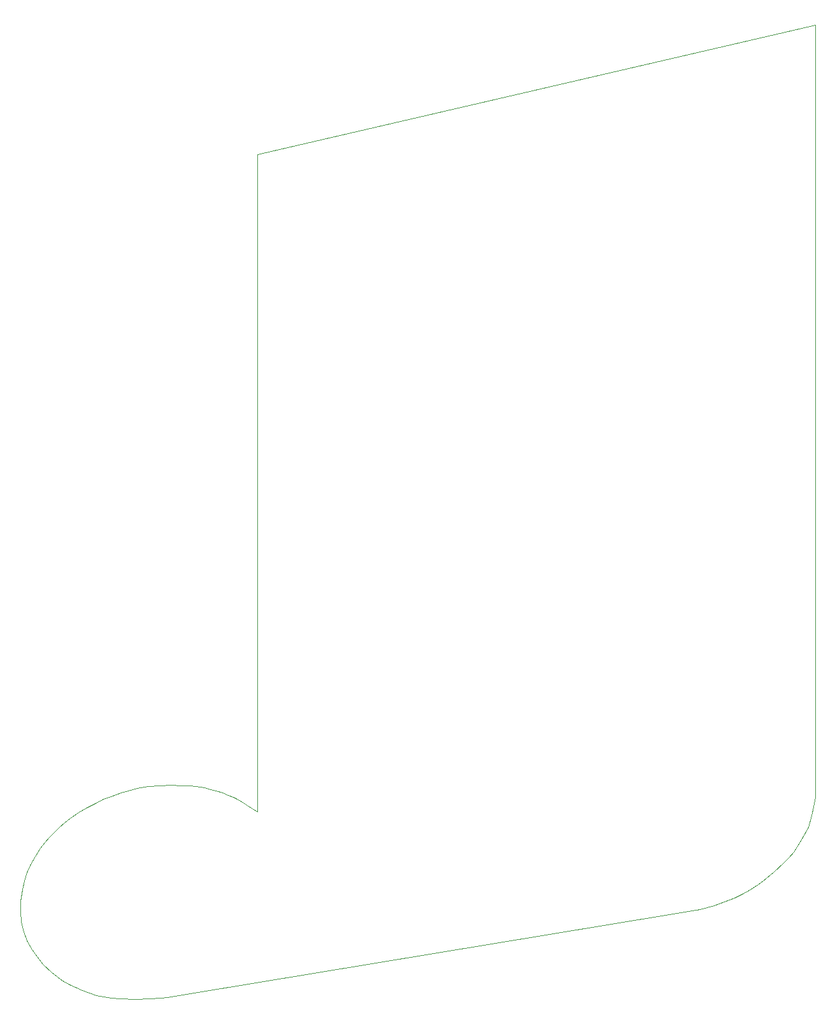
<source format=gbr>
%TF.GenerationSoftware,KiCad,Pcbnew,(5.1.8)-1*%
%TF.CreationDate,2020-12-26T14:40:12+03:00*%
%TF.ProjectId,mesp240_opll,6d657370-3234-4305-9f6f-706c6c2e6b69,rev?*%
%TF.SameCoordinates,Original*%
%TF.FileFunction,Profile,NP*%
%FSLAX46Y46*%
G04 Gerber Fmt 4.6, Leading zero omitted, Abs format (unit mm)*
G04 Created by KiCad (PCBNEW (5.1.8)-1) date 2020-12-26 14:40:12*
%MOMM*%
%LPD*%
G01*
G04 APERTURE LIST*
%TA.AperFunction,Profile*%
%ADD10C,0.100000*%
%TD*%
G04 APERTURE END LIST*
D10*
X269641320Y-131455160D02*
X269841980Y-130144520D01*
X269372080Y-132608320D02*
X269641320Y-131455160D01*
X268897100Y-134109460D02*
X269372080Y-132608320D01*
X268541500Y-134868920D02*
X268897100Y-134109460D01*
X267860780Y-136093200D02*
X268541500Y-134868920D01*
X266954000Y-137454640D02*
X267860780Y-136093200D01*
X266303760Y-138226800D02*
X266954000Y-137454640D01*
X265630660Y-138912600D02*
X266303760Y-138226800D01*
X264340340Y-140096240D02*
X265630660Y-138912600D01*
X262928100Y-141264640D02*
X264340340Y-140096240D01*
X262255000Y-141762480D02*
X262928100Y-141264640D01*
X261048500Y-142524480D02*
X262255000Y-141762480D01*
X260126480Y-142989300D02*
X261048500Y-142524480D01*
X259085080Y-143515080D02*
X260126480Y-142989300D01*
X257776980Y-144043400D02*
X259085080Y-143515080D01*
X256397760Y-144556480D02*
X257776980Y-144043400D01*
X254546100Y-145064480D02*
X256397760Y-144556480D01*
X183680100Y-156773880D02*
X254546100Y-145064480D01*
X182880000Y-156852620D02*
X183680100Y-156773880D01*
X181310280Y-156949140D02*
X182880000Y-156852620D01*
X179438300Y-157007560D02*
X181310280Y-156949140D01*
X177528220Y-156923740D02*
X179438300Y-157007560D01*
X176192180Y-156817060D02*
X177528220Y-156923740D01*
X174249080Y-156453840D02*
X176192180Y-156817060D01*
X172382180Y-155811220D02*
X174249080Y-156453840D01*
X170754040Y-155064460D02*
X172382180Y-155811220D01*
X169786300Y-154520900D02*
X170754040Y-155064460D01*
X168346120Y-153400760D02*
X169786300Y-154520900D01*
X167177720Y-152313640D02*
X168346120Y-153400760D01*
X166390320Y-151340820D02*
X167177720Y-152313640D01*
X165719760Y-150362920D02*
X166390320Y-151340820D01*
X165064440Y-149164040D02*
X165719760Y-150362920D01*
X164627560Y-147998180D02*
X165064440Y-149164040D01*
X164264340Y-146786600D02*
X164627560Y-147998180D01*
X164177980Y-145343880D02*
X164264340Y-146786600D01*
X164221160Y-143918940D02*
X164177980Y-145343880D01*
X164409120Y-142425420D02*
X164221160Y-143918940D01*
X164721540Y-141236700D02*
X164409120Y-142425420D01*
X165054280Y-140141960D02*
X164721540Y-141236700D01*
X165544500Y-139070080D02*
X165054280Y-140141960D01*
X166146480Y-138000740D02*
X165544500Y-139070080D01*
X166829740Y-136946640D02*
X166146480Y-138000740D01*
X167429180Y-136177020D02*
X166829740Y-136946640D01*
X168023540Y-135478520D02*
X167429180Y-136177020D01*
X168689020Y-134780020D02*
X168023540Y-135478520D01*
X169372280Y-134119620D02*
X168689020Y-134780020D01*
X170055540Y-133535420D02*
X169372280Y-134119620D01*
X170822620Y-132951220D02*
X170055540Y-133535420D01*
X171930060Y-132217160D02*
X170822620Y-132951220D01*
X172948600Y-131599940D02*
X171930060Y-132217160D01*
X174091600Y-130975100D02*
X172948600Y-131599940D01*
X175216820Y-130441700D02*
X174091600Y-130975100D01*
X176255680Y-130037840D02*
X175216820Y-130441700D01*
X177566320Y-129573020D02*
X176255680Y-130037840D01*
X178521360Y-129283460D02*
X177566320Y-129573020D01*
X179710080Y-129009140D02*
X178521360Y-129283460D01*
X181160420Y-128742440D02*
X179710080Y-129009140D01*
X182758080Y-128628140D02*
X181160420Y-128742440D01*
X184134760Y-128582420D02*
X182758080Y-128628140D01*
X185587640Y-128602740D02*
X184134760Y-128582420D01*
X186682380Y-128658620D02*
X185587640Y-128602740D01*
X187459620Y-128714500D02*
X186682380Y-128658620D01*
X188678820Y-128899920D02*
X187459620Y-128714500D01*
X189435740Y-129105660D02*
X188678820Y-128899920D01*
X190220600Y-129298700D02*
X189435740Y-129105660D01*
X191005460Y-129565400D02*
X190220600Y-129298700D01*
X191813180Y-129898140D02*
X191005460Y-129565400D01*
X192430400Y-130157220D02*
X191813180Y-129898140D01*
X192999360Y-130431540D02*
X192430400Y-130157220D01*
X193581020Y-130756660D02*
X192999360Y-130431540D01*
X194355720Y-131229100D02*
X193581020Y-130756660D01*
X195051680Y-131686300D02*
X194355720Y-131229100D01*
X195691760Y-132087620D02*
X195051680Y-131686300D01*
X195691760Y-44800520D02*
X195691760Y-132087620D01*
X269841980Y-27607260D02*
X269841980Y-130144520D01*
X195691760Y-44800520D02*
X269841980Y-27607260D01*
M02*

</source>
